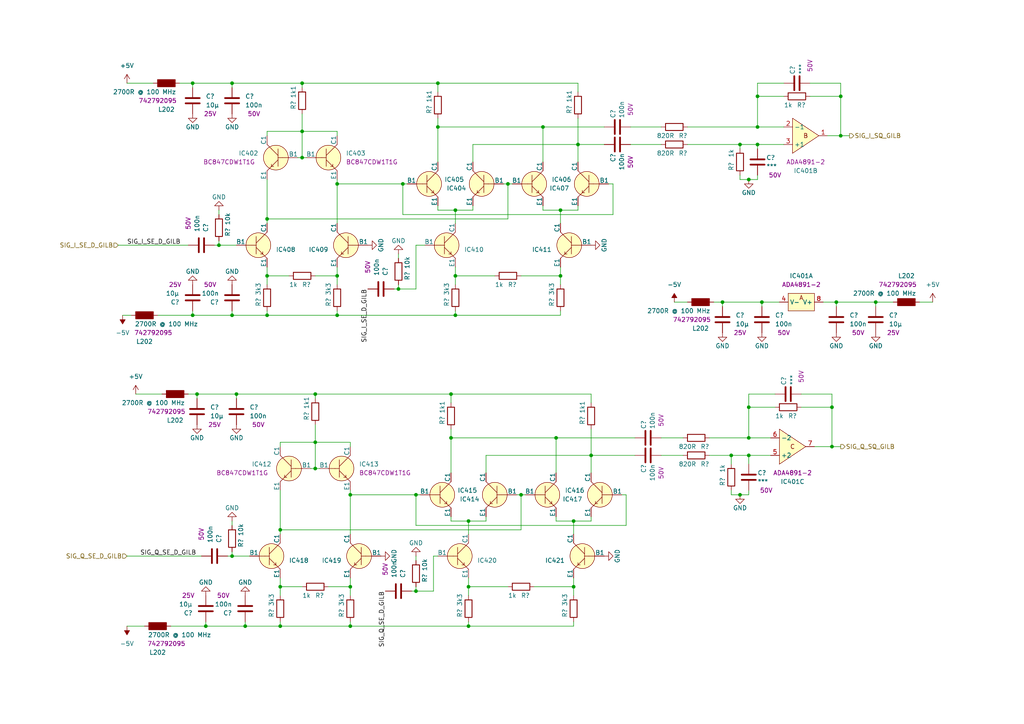
<source format=kicad_sch>
(kicad_sch (version 20230121) (generator eeschema)
  (paper "A4")
  (junction (at 130.81 127))
  (junction (at 71.12 181.61))
  (junction (at 91.44 135.89))
  (junction (at 219.71 41.91))
  (junction (at 167.64 41.91))
  (junction (at 87.63 24.13))
  (junction (at 217.17 118.11))
  (junction (at 59.69 181.61))
  (junction (at 67.31 91.44))
  (junction (at 116.84 53.34))
  (junction (at 209.55 87.63))
  (junction (at 132.08 80.01))
  (junction (at 135.89 151.13))
  (junction (at 67.31 161.29))
  (junction (at 219.71 36.83))
  (junction (at 115.57 83.82))
  (junction (at 63.5 71.12))
  (junction (at 132.08 60.96))
  (junction (at 81.28 153.67))
  (junction (at 254 87.63))
  (junction (at 132.08 91.44))
  (junction (at 214.63 41.91))
  (junction (at 162.56 60.96))
  (junction (at 217.17 127))
  (junction (at 219.71 27.94))
  (junction (at 220.98 87.63))
  (junction (at 77.47 91.44))
  (junction (at 55.88 91.44))
  (junction (at 243.84 39.37))
  (junction (at 214.63 143.51))
  (junction (at 120.65 143.51))
  (junction (at 151.13 143.51))
  (junction (at 97.79 80.01))
  (junction (at 91.44 128.27))
  (junction (at 77.47 80.01))
  (junction (at 157.48 36.83))
  (junction (at 55.88 24.13))
  (junction (at 97.79 91.44))
  (junction (at 171.45 132.08))
  (junction (at 127 24.13))
  (junction (at 212.09 132.08))
  (junction (at 77.47 63.5))
  (junction (at 135.89 170.18))
  (junction (at 166.37 151.13))
  (junction (at 120.65 171.45))
  (junction (at 242.57 87.63))
  (junction (at 81.28 170.18))
  (junction (at 243.84 27.94))
  (junction (at 217.17 52.07))
  (junction (at 97.79 53.34))
  (junction (at 162.56 80.01))
  (junction (at 101.6 143.51))
  (junction (at 161.29 127))
  (junction (at 57.15 114.3))
  (junction (at 241.3 118.11))
  (junction (at 81.28 181.61))
  (junction (at 166.37 170.18))
  (junction (at 68.58 114.3))
  (junction (at 135.89 181.61))
  (junction (at 101.6 181.61))
  (junction (at 101.6 170.18))
  (junction (at 130.81 114.3))
  (junction (at 217.17 132.08))
  (junction (at 87.63 38.1))
  (junction (at 241.3 129.54))
  (junction (at 87.63 45.72))
  (junction (at 91.44 114.3))
  (junction (at 127 36.83))
  (junction (at 67.31 24.13))
  (junction (at 147.32 53.34))
  (wire (pts (xy 52.07 24.13) (xy 55.88 24.13)))
  (wire (pts (xy 120.65 143.51) (xy 120.65 152.4)))
  (wire (pts (xy 157.48 59.69) (xy 157.48 60.96)))
  (wire (pts (xy 116.84 62.23) (xy 177.8 62.23)))
  (wire (pts (xy 243.84 39.37) (xy 246.38 39.37)))
  (wire (pts (xy 147.32 53.34) (xy 147.32 63.5)))
  (wire (pts (xy 232.41 118.11) (xy 241.3 118.11)))
  (wire (pts (xy 140.97 149.86) (xy 140.97 151.13)))
  (wire (pts (xy 167.64 34.29) (xy 167.64 41.91)))
  (wire (pts (xy 162.56 91.44) (xy 162.56 90.17)))
  (wire (pts (xy 132.08 91.44) (xy 132.08 90.17)))
  (wire (pts (xy 212.09 142.24) (xy 212.09 143.51)))
  (wire (pts (xy 81.28 167.64) (xy 81.28 170.18)))
  (wire (pts (xy 59.69 181.61) (xy 59.69 180.34)))
  (wire (pts (xy 97.79 77.47) (xy 97.79 80.01)))
  (wire (pts (xy 55.88 24.13) (xy 67.31 24.13)))
  (wire (pts (xy 91.44 123.19) (xy 91.44 128.27)))
  (wire (pts (xy 234.95 24.13) (xy 243.84 24.13)))
  (wire (pts (xy 67.31 161.29) (xy 72.39 161.29)))
  (wire (pts (xy 135.89 151.13) (xy 135.89 154.94)))
  (wire (pts (xy 132.08 77.47) (xy 132.08 80.01)))
  (wire (pts (xy 195.58 87.63) (xy 199.39 87.63)))
  (wire (pts (xy 135.89 170.18) (xy 135.89 172.72)))
  (wire (pts (xy 95.25 170.18) (xy 101.6 170.18)))
  (wire (pts (xy 36.83 24.13) (xy 44.45 24.13)))
  (wire (pts (xy 167.64 41.91) (xy 167.64 46.99)))
  (wire (pts (xy 171.45 149.86) (xy 171.45 151.13)))
  (wire (pts (xy 67.31 24.13) (xy 87.63 24.13)))
  (wire (pts (xy 137.16 41.91) (xy 167.64 41.91)))
  (wire (pts (xy 120.65 152.4) (xy 181.61 152.4)))
  (wire (pts (xy 57.15 114.3) (xy 68.58 114.3)))
  (wire (pts (xy 77.47 80.01) (xy 77.47 82.55)))
  (wire (pts (xy 217.17 52.07) (xy 219.71 52.07)))
  (wire (pts (xy 120.65 161.29) (xy 120.65 162.56)))
  (wire (pts (xy 77.47 91.44) (xy 97.79 91.44)))
  (wire (pts (xy 39.37 114.3) (xy 46.99 114.3)))
  (wire (pts (xy 214.63 52.07) (xy 217.17 52.07)))
  (wire (pts (xy 115.57 82.55) (xy 115.57 83.82)))
  (wire (pts (xy 120.65 171.45) (xy 125.73 171.45)))
  (wire (pts (xy 220.98 87.63) (xy 226.06 87.63)))
  (wire (pts (xy 219.71 24.13) (xy 219.71 27.94)))
  (wire (pts (xy 238.76 87.63) (xy 242.57 87.63)))
  (wire (pts (xy 157.48 36.83) (xy 175.26 36.83)))
  (wire (pts (xy 217.17 132.08) (xy 223.52 132.08)))
  (wire (pts (xy 101.6 170.18) (xy 101.6 172.72)))
  (wire (pts (xy 161.29 127) (xy 161.29 137.16)))
  (wire (pts (xy 130.81 114.3) (xy 130.81 116.84)))
  (wire (pts (xy 130.81 127) (xy 161.29 127)))
  (wire (pts (xy 166.37 167.64) (xy 166.37 170.18)))
  (wire (pts (xy 87.63 38.1) (xy 87.63 45.72)))
  (wire (pts (xy 49.53 181.61) (xy 59.69 181.61)))
  (wire (pts (xy 71.12 180.34) (xy 71.12 181.61)))
  (wire (pts (xy 219.71 24.13) (xy 227.33 24.13)))
  (wire (pts (xy 166.37 151.13) (xy 166.37 154.94)))
  (wire (pts (xy 77.47 63.5) (xy 147.32 63.5)))
  (wire (pts (xy 81.28 128.27) (xy 81.28 129.54)))
  (wire (pts (xy 125.73 161.29) (xy 127 161.29)))
  (wire (pts (xy 116.84 53.34) (xy 118.11 53.34)))
  (wire (pts (xy 120.65 71.12) (xy 123.19 71.12)))
  (wire (pts (xy 146.05 53.34) (xy 147.32 53.34)))
  (wire (pts (xy 236.22 129.54) (xy 241.3 129.54)))
  (wire (pts (xy 219.71 41.91) (xy 219.71 43.18)))
  (wire (pts (xy 234.95 27.94) (xy 243.84 27.94)))
  (wire (pts (xy 157.48 36.83) (xy 157.48 46.99)))
  (wire (pts (xy 162.56 60.96) (xy 162.56 64.77)))
  (wire (pts (xy 149.86 143.51) (xy 151.13 143.51)))
  (wire (pts (xy 132.08 60.96) (xy 132.08 64.77)))
  (wire (pts (xy 90.17 135.89) (xy 91.44 135.89)))
  (wire (pts (xy 81.28 153.67) (xy 151.13 153.67)))
  (wire (pts (xy 127 24.13) (xy 127 26.67)))
  (wire (pts (xy 97.79 91.44) (xy 97.79 90.17)))
  (wire (pts (xy 166.37 170.18) (xy 166.37 172.72)))
  (wire (pts (xy 167.64 24.13) (xy 167.64 26.67)))
  (wire (pts (xy 132.08 60.96) (xy 137.16 60.96)))
  (wire (pts (xy 127 60.96) (xy 132.08 60.96)))
  (wire (pts (xy 101.6 181.61) (xy 101.6 180.34)))
  (wire (pts (xy 101.6 128.27) (xy 101.6 129.54)))
  (wire (pts (xy 180.34 143.51) (xy 181.61 143.51)))
  (wire (pts (xy 63.5 69.85) (xy 63.5 71.12)))
  (wire (pts (xy 57.15 114.3) (xy 57.15 115.57)))
  (wire (pts (xy 81.28 142.24) (xy 81.28 153.67)))
  (wire (pts (xy 182.88 36.83) (xy 191.77 36.83)))
  (wire (pts (xy 162.56 77.47) (xy 162.56 80.01)))
  (wire (pts (xy 254 87.63) (xy 254 88.9)))
  (wire (pts (xy 77.47 80.01) (xy 83.82 80.01)))
  (wire (pts (xy 125.73 161.29) (xy 125.73 171.45)))
  (wire (pts (xy 214.63 143.51) (xy 217.17 143.51)))
  (wire (pts (xy 135.89 167.64) (xy 135.89 170.18)))
  (wire (pts (xy 181.61 143.51) (xy 181.61 152.4)))
  (wire (pts (xy 135.89 181.61) (xy 135.89 180.34)))
  (wire (pts (xy 147.32 53.34) (xy 148.59 53.34)))
  (wire (pts (xy 151.13 80.01) (xy 162.56 80.01)))
  (wire (pts (xy 243.84 27.94) (xy 243.84 39.37)))
  (wire (pts (xy 177.8 53.34) (xy 177.8 62.23)))
  (wire (pts (xy 219.71 27.94) (xy 227.33 27.94)))
  (wire (pts (xy 205.74 132.08) (xy 212.09 132.08)))
  (wire (pts (xy 81.28 128.27) (xy 91.44 128.27)))
  (wire (pts (xy 66.04 161.29) (xy 67.31 161.29)))
  (wire (pts (xy 219.71 27.94) (xy 219.71 36.83)))
  (wire (pts (xy 62.23 71.12) (xy 63.5 71.12)))
  (wire (pts (xy 212.09 132.08) (xy 217.17 132.08)))
  (wire (pts (xy 199.39 36.83) (xy 219.71 36.83)))
  (wire (pts (xy 68.58 114.3) (xy 91.44 114.3)))
  (wire (pts (xy 87.63 45.72) (xy 88.9 45.72)))
  (wire (pts (xy 217.17 118.11) (xy 224.79 118.11)))
  (wire (pts (xy 154.94 170.18) (xy 166.37 170.18)))
  (wire (pts (xy 217.17 114.3) (xy 224.79 114.3)))
  (wire (pts (xy 130.81 124.46) (xy 130.81 127)))
  (wire (pts (xy 97.79 80.01) (xy 97.79 82.55)))
  (wire (pts (xy 214.63 41.91) (xy 219.71 41.91)))
  (wire (pts (xy 209.55 87.63) (xy 209.55 88.9)))
  (wire (pts (xy 214.63 50.8) (xy 214.63 52.07)))
  (wire (pts (xy 241.3 118.11) (xy 241.3 129.54)))
  (wire (pts (xy 137.16 41.91) (xy 137.16 46.99)))
  (wire (pts (xy 130.81 127) (xy 130.81 137.16)))
  (wire (pts (xy 219.71 41.91) (xy 227.33 41.91)))
  (wire (pts (xy 97.79 91.44) (xy 132.08 91.44)))
  (wire (pts (xy 77.47 38.1) (xy 77.47 39.37)))
  (wire (pts (xy 240.03 39.37) (xy 243.84 39.37)))
  (wire (pts (xy 97.79 53.34) (xy 116.84 53.34)))
  (wire (pts (xy 207.01 87.63) (xy 209.55 87.63)))
  (wire (pts (xy 162.56 60.96) (xy 167.64 60.96)))
  (wire (pts (xy 67.31 91.44) (xy 77.47 91.44)))
  (wire (pts (xy 116.84 53.34) (xy 116.84 62.23)))
  (wire (pts (xy 55.88 91.44) (xy 67.31 91.44)))
  (wire (pts (xy 137.16 59.69) (xy 137.16 60.96)))
  (wire (pts (xy 91.44 128.27) (xy 91.44 135.89)))
  (wire (pts (xy 135.89 151.13) (xy 140.97 151.13)))
  (wire (pts (xy 101.6 143.51) (xy 120.65 143.51)))
  (wire (pts (xy 114.3 83.82) (xy 115.57 83.82)))
  (wire (pts (xy 54.61 114.3) (xy 57.15 114.3)))
  (wire (pts (xy 214.63 41.91) (xy 214.63 43.18)))
  (wire (pts (xy 166.37 151.13) (xy 171.45 151.13)))
  (wire (pts (xy 101.6 143.51) (xy 101.6 154.94)))
  (wire (pts (xy 68.58 114.3) (xy 68.58 115.57)))
  (wire (pts (xy 151.13 143.51) (xy 151.13 153.67)))
  (wire (pts (xy 34.29 71.12) (xy 54.61 71.12)))
  (wire (pts (xy 127 59.69) (xy 127 60.96)))
  (wire (pts (xy 209.55 87.63) (xy 220.98 87.63)))
  (wire (pts (xy 166.37 181.61) (xy 166.37 180.34)))
  (wire (pts (xy 59.69 181.61) (xy 71.12 181.61)))
  (wire (pts (xy 36.83 161.29) (xy 58.42 161.29)))
  (wire (pts (xy 217.17 114.3) (xy 217.17 118.11)))
  (wire (pts (xy 67.31 90.17) (xy 67.31 91.44)))
  (wire (pts (xy 242.57 87.63) (xy 242.57 88.9)))
  (wire (pts (xy 71.12 181.61) (xy 81.28 181.61)))
  (wire (pts (xy 97.79 38.1) (xy 97.79 39.37)))
  (wire (pts (xy 120.65 71.12) (xy 120.65 83.82)))
  (wire (pts (xy 45.72 91.44) (xy 55.88 91.44)))
  (wire (pts (xy 91.44 114.3) (xy 130.81 114.3)))
  (wire (pts (xy 241.3 129.54) (xy 243.84 129.54)))
  (wire (pts (xy 127 36.83) (xy 127 46.99)))
  (wire (pts (xy 86.36 45.72) (xy 87.63 45.72)))
  (wire (pts (xy 55.88 91.44) (xy 55.88 90.17)))
  (wire (pts (xy 132.08 80.01) (xy 143.51 80.01)))
  (wire (pts (xy 127 24.13) (xy 167.64 24.13)))
  (wire (pts (xy 101.6 142.24) (xy 101.6 143.51)))
  (wire (pts (xy 161.29 127) (xy 184.15 127)))
  (wire (pts (xy 212.09 132.08) (xy 212.09 134.62)))
  (wire (pts (xy 127 36.83) (xy 157.48 36.83)))
  (wire (pts (xy 219.71 36.83) (xy 227.33 36.83)))
  (wire (pts (xy 176.53 53.34) (xy 177.8 53.34)))
  (wire (pts (xy 77.47 77.47) (xy 77.47 80.01)))
  (wire (pts (xy 81.28 181.61) (xy 101.6 181.61)))
  (wire (pts (xy 167.64 59.69) (xy 167.64 60.96)))
  (wire (pts (xy 254 87.63) (xy 259.08 87.63)))
  (wire (pts (xy 130.81 114.3) (xy 171.45 114.3)))
  (wire (pts (xy 67.31 160.02) (xy 67.31 161.29)))
  (wire (pts (xy 97.79 52.07) (xy 97.79 53.34)))
  (wire (pts (xy 140.97 132.08) (xy 171.45 132.08)))
  (wire (pts (xy 120.65 170.18) (xy 120.65 171.45)))
  (wire (pts (xy 199.39 41.91) (xy 214.63 41.91)))
  (wire (pts (xy 219.71 50.8) (xy 219.71 52.07)))
  (wire (pts (xy 81.28 170.18) (xy 87.63 170.18)))
  (wire (pts (xy 135.89 181.61) (xy 166.37 181.61)))
  (wire (pts (xy 67.31 24.13) (xy 67.31 25.4)))
  (wire (pts (xy 151.13 143.51) (xy 152.4 143.51)))
  (wire (pts (xy 132.08 80.01) (xy 132.08 82.55)))
  (wire (pts (xy 120.65 143.51) (xy 121.92 143.51)))
  (wire (pts (xy 161.29 149.86) (xy 161.29 151.13)))
  (wire (pts (xy 167.64 41.91) (xy 175.26 41.91)))
  (wire (pts (xy 217.17 127) (xy 223.52 127)))
  (wire (pts (xy 242.57 87.63) (xy 254 87.63)))
  (wire (pts (xy 91.44 128.27) (xy 101.6 128.27)))
  (wire (pts (xy 212.09 143.51) (xy 214.63 143.51)))
  (wire (pts (xy 220.98 87.63) (xy 220.98 88.9)))
  (wire (pts (xy 171.45 132.08) (xy 171.45 137.16)))
  (wire (pts (xy 87.63 24.13) (xy 127 24.13)))
  (wire (pts (xy 77.47 63.5) (xy 77.47 64.77)))
  (wire (pts (xy 132.08 91.44) (xy 162.56 91.44)))
  (wire (pts (xy 101.6 181.61) (xy 135.89 181.61)))
  (wire (pts (xy 127 34.29) (xy 127 36.83)))
  (wire (pts (xy 157.48 60.96) (xy 162.56 60.96)))
  (wire (pts (xy 35.56 91.44) (xy 38.1 91.44)))
  (wire (pts (xy 63.5 71.12) (xy 68.58 71.12)))
  (wire (pts (xy 67.31 151.13) (xy 67.31 152.4)))
  (wire (pts (xy 232.41 114.3) (xy 241.3 114.3)))
  (wire (pts (xy 243.84 24.13) (xy 243.84 27.94)))
  (wire (pts (xy 135.89 170.18) (xy 147.32 170.18)))
  (wire (pts (xy 191.77 132.08) (xy 198.12 132.08)))
  (wire (pts (xy 171.45 132.08) (xy 184.15 132.08)))
  (wire (pts (xy 91.44 135.89) (xy 92.71 135.89)))
  (wire (pts (xy 217.17 142.24) (xy 217.17 143.51)))
  (wire (pts (xy 87.63 38.1) (xy 97.79 38.1)))
  (wire (pts (xy 81.28 170.18) (xy 81.28 172.72)))
  (wire (pts (xy 36.83 181.61) (xy 41.91 181.61)))
  (wire (pts (xy 81.28 153.67) (xy 81.28 154.94)))
  (wire (pts (xy 171.45 124.46) (xy 171.45 132.08)))
  (wire (pts (xy 217.17 118.11) (xy 217.17 127)))
  (wire (pts (xy 182.88 41.91) (xy 191.77 41.91)))
  (wire (pts (xy 205.74 127) (xy 217.17 127)))
  (wire (pts (xy 77.47 91.44) (xy 77.47 90.17)))
  (wire (pts (xy 241.3 114.3) (xy 241.3 118.11)))
  (wire (pts (xy 87.63 24.13) (xy 87.63 25.4)))
  (wire (pts (xy 91.44 114.3) (xy 91.44 115.57)))
  (wire (pts (xy 63.5 60.96) (xy 63.5 62.23)))
  (wire (pts (xy 140.97 132.08) (xy 140.97 137.16)))
  (wire (pts (xy 101.6 167.64) (xy 101.6 170.18)))
  (wire (pts (xy 130.81 149.86) (xy 130.81 151.13)))
  (wire (pts (xy 115.57 73.66) (xy 115.57 74.93)))
  (wire (pts (xy 81.28 181.61) (xy 81.28 180.34)))
  (wire (pts (xy 217.17 132.08) (xy 217.17 134.62)))
  (wire (pts (xy 77.47 52.07) (xy 77.47 63.5)))
  (wire (pts (xy 266.7 87.63) (xy 270.51 87.63)))
  (wire (pts (xy 161.29 151.13) (xy 166.37 151.13)))
  (wire (pts (xy 119.38 171.45) (xy 120.65 171.45)))
  (wire (pts (xy 97.79 53.34) (xy 97.79 64.77)))
  (wire (pts (xy 130.81 151.13) (xy 135.89 151.13)))
  (wire (pts (xy 91.44 80.01) (xy 97.79 80.01)))
  (wire (pts (xy 55.88 24.13) (xy 55.88 25.4)))
  (wire (pts (xy 162.56 80.01) (xy 162.56 82.55)))
  (wire (pts (xy 87.63 33.02) (xy 87.63 38.1)))
  (wire (pts (xy 191.77 127) (xy 198.12 127)))
  (wire (pts (xy 77.47 38.1) (xy 87.63 38.1)))
  (wire (pts (xy 115.57 83.82) (xy 120.65 83.82)))
  (wire (pts (xy 171.45 114.3) (xy 171.45 116.84)))
  (label "SIG_I_SE_D_GILB" (at 106.68 83.82 270))
  (label "SIG_I_SE_D_GILB" (at 36.83 71.12 0))
  (label "SIG_Q_SE_D_GILB" (at 40.64 161.29 0))
  (label "SIG_Q_SE_D_GILB" (at 111.76 171.45 270))
  (hierarchical_label "SIG_I_SE_D_GILB" (shape input) (at 34.29 71.12 180))
  (hierarchical_label "SIG_Q_SE_D_GILB" (shape input) (at 36.83 161.29 180))
  (hierarchical_label "SIG_Q_SQ_GILB" (shape output) (at 243.84 129.54 0))
  (hierarchical_label "SIG_I_SQ_GILB" (shape output) (at 246.38 39.37 0))
  (symbol (lib_id "Device:R") (at 77.47 86.36 180) (unit 1)
    (property "Reference" "R?" (at 74.93 87.63 90))
    (property "Value" "3k3" (at 74.93 83.82 90))
    (property "Footprint" "BestParts_Resistors:R_0603" (effects hide))
    (property "Part Number" "Generic" (effects hide))
    (instances (project "Analog_Calc_V2" (path "" (reference "R?") (unit 1)) (path "" (reference "R?") (unit 1)) (path "" (reference "R408") (unit 1))))
  )
  (symbol (lib_id "power:-5V") (at 35.56 91.44 180) (unit 1)
    (property "Reference" "#PWR?" (effects hide))
    (property "Value" "-5V" (at 35.56 96.52 0))
    (instances (project "Analog_Calc_V2" (path "" (reference "#PWR?") (unit 1)) (path "" (reference "#PWR0415") (unit 1))))
  )
  (symbol (lib_id "Device:C") (at 71.12 176.53 180) (unit 1)
    (property "Reference" "C?" (at 67.31 177.8 0) (effects (justify left)))
    (property "Value" "100n" (at 67.31 175.26 0) (effects (justify left)))
    (property "Footprint" "BestParts_Caps:C_0603" (effects hide))
    (property "Voltage" "50V" (at 64.77 172.72 0))
    (instances (project "Analog_Calc_V2" (path "" (reference "C?") (unit 1)) (path "" (reference "C?") (unit 1)) (path "" (reference "C416") (unit 1))))
  )
  (symbol (lib_id "BestParts_ICs:BC847C-1") (at 83.82 135.89 0) (mirror y) (unit 1)
    (property "Reference" "IC412" (at 78.74 134.62 0) (effects (justify left)))
    (property "Value" "*" (effects hide))
    (property "Footprint" "BestParts_ICs:BC847C-1 - SC-70-3" (effects hide))
    (property "Datasheet" "https://www.mouser.de/datasheet/2/308/1/BC846BDW1T1_D-2310328.pdf" (effects hide))
    (property "Part Number" "BC847CDW1T1G " (at 78.74 137.16 0) (effects (justify left)))
  )
  (symbol (lib_id "Device:R") (at 201.93 127 270) (unit 1)
    (property "Reference" "R?" (at 204.47 129.54 90))
    (property "Value" "820R" (at 199.39 129.54 90))
    (property "Footprint" "BestParts_Resistors:R_0603" (effects hide))
    (property "Part Number" "Generic" (effects hide))
    (instances (project "Analog_Calc_V2" (path "" (reference "R?") (unit 1)) (path "" (reference "R?") (unit 1)) (path "" (reference "R425") (unit 1))))
  )
  (symbol (lib_id "power:GND") (at 175.26 161.29 90) (unit 1)
    (property "Reference" "#PWR?" (effects hide))
    (property "Value" "GND" (at 179.07 161.29 0))
    (instances (project "Analog_Calc_V2" (path "" (reference "#PWR?") (unit 1)) (path "" (reference "#PWR0421") (unit 1))))
  )
  (symbol (lib_id "Device:R") (at 101.6 176.53 180) (unit 1)
    (property "Reference" "R?" (at 99.06 177.8 90))
    (property "Value" "3k3" (at 99.06 173.99 90))
    (property "Footprint" "BestParts_Resistors:R_0603" (effects hide))
    (property "Part Number" "Generic" (effects hide))
    (instances (project "Analog_Calc_V2" (path "" (reference "R?") (unit 1)) (path "" (reference "R?") (unit 1)) (path "" (reference "R420") (unit 1))))
  )
  (symbol (lib_id "Device:C") (at 231.14 24.13 90) (unit 1)
    (property "Reference" "C?" (at 229.87 21.59 0) (effects (justify left)))
    (property "Value" "***" (at 232.41 21.59 0) (effects (justify left)))
    (property "Footprint" "BestParts_Caps:C_0603" (effects hide))
    (property "Voltage" "50V" (at 234.95 19.05 0))
    (instances (project "Analog_Calc_V2" (path "" (reference "C?") (unit 1)) (path "" (reference "C?") (unit 1)) (path "" (reference "C401") (unit 1))))
  )
  (symbol (lib_id "BestParts_ICs:BC847C-1") (at 173.99 143.51 0) (mirror y) (unit 1)
    (property "Reference" "IC417" (at 168.91 144.78 0) (effects (justify left)))
    (property "Value" "*" (effects hide))
    (property "Footprint" "BestParts_ICs:BC847C-1 - SC-70-3" (effects hide))
    (property "Datasheet" "https://www.mouser.de/datasheet/2/308/1/BC846BDW1T1_D-2310328.pdf" (effects hide))
    (property "Part Number" "BC847CDW1T1G " (effects hide))
  )
  (symbol (lib_id "Device:C") (at 115.57 171.45 270) (mirror x) (unit 1)
    (property "Reference" "C?" (at 116.84 167.64 0) (effects (justify left)))
    (property "Value" "100n" (at 114.3 167.64 0) (effects (justify left)))
    (property "Footprint" "BestParts_Caps:C_0603" (effects hide))
    (property "Voltage" "50V" (at 111.76 165.1 0))
    (instances (project "Analog_Calc_V2" (path "" (reference "C?") (unit 1)) (path "" (reference "C?") (unit 1)) (path "" (reference "C424") (unit 1))))
  )
  (symbol (lib_id "power:GND") (at 71.12 172.72 180) (unit 1)
    (property "Reference" "#PWR?" (effects hide))
    (property "Value" "GND" (at 71.12 168.91 0))
    (instances (project "Analog_Calc_V2" (path "" (reference "#PWR?") (unit 1)) (path "" (reference "#PWR0423") (unit 1))))
  )
  (symbol (lib_id "BestParts_ICs:BC847C-1") (at 165.1 71.12 0) (mirror y) (unit 1)
    (property "Reference" "IC411" (at 160.02 72.39 0) (effects (justify left)))
    (property "Value" "*" (effects hide))
    (property "Footprint" "BestParts_ICs:BC847C-1 - SC-70-3" (effects hide))
    (property "Datasheet" "https://www.mouser.de/datasheet/2/308/1/BC846BDW1T1_D-2310328.pdf" (effects hide))
    (property "Part Number" "BC847CDW1T1G " (effects hide))
  )
  (symbol (lib_id "Device:C") (at 110.49 83.82 270) (mirror x) (unit 1)
    (property "Reference" "C?" (at 111.76 80.01 0) (effects (justify left)))
    (property "Value" "100n" (at 109.22 80.01 0) (effects (justify left)))
    (property "Footprint" "BestParts_Caps:C_0603" (effects hide))
    (property "Voltage" "50V" (at 106.68 77.47 0))
    (instances (project "Analog_Calc_V2" (path "" (reference "C?") (unit 1)) (path "" (reference "C?") (unit 1)) (path "" (reference "C422") (unit 1))))
  )
  (symbol (lib_id "Device:C") (at 67.31 29.21 0) (unit 1)
    (property "Reference" "C?" (at 71.12 27.94 0) (effects (justify left)))
    (property "Value" "100n" (at 71.12 30.48 0) (effects (justify left)))
    (property "Footprint" "BestParts_Caps:C_0603" (effects hide))
    (property "Voltage" "50V" (at 73.66 33.02 0))
    (instances (project "Analog_Calc_V2" (path "" (reference "C?") (unit 1)) (path "" (reference "C?") (unit 1)) (path "" (reference "C403") (unit 1))))
  )
  (symbol (lib_id "Device:C") (at 187.96 127 90) (unit 1)
    (property "Reference" "C?" (at 186.69 124.46 0) (effects (justify left)))
    (property "Value" "100n" (at 189.23 124.46 0) (effects (justify left)))
    (property "Footprint" "BestParts_Caps:C_0603" (effects hide))
    (property "Voltage" "50V" (at 191.77 121.92 0))
    (instances (project "Analog_Calc_V2" (path "" (reference "C?") (unit 1)) (path "" (reference "C?") (unit 1)) (path "" (reference "C419") (unit 1))))
  )
  (symbol (lib_id "Device:R") (at 67.31 156.21 0) (mirror x) (unit 1)
    (property "Reference" "R?" (at 69.85 157.48 90))
    (property "Value" "10k" (at 69.85 153.67 90))
    (property "Footprint" "BestParts_Resistors:R_0603" (effects hide))
    (property "Part Number" "Generic" (effects hide))
    (instances (project "Analog_Calc_V2" (path "" (reference "R?") (unit 1)) (path "" (reference "R?") (unit 1)) (path "" (reference "R429") (unit 1))))
  )
  (symbol (lib_id "Device:C") (at 242.57 92.71 0) (unit 1)
    (property "Reference" "C?" (at 246.38 91.44 0) (effects (justify left)))
    (property "Value" "100n" (at 246.38 93.98 0) (effects (justify left)))
    (property "Footprint" "BestParts_Caps:C_0603" (effects hide))
    (property "Voltage" "50V" (at 248.92 96.52 0))
    (instances (project "Analog_Calc_V2" (path "" (reference "C?") (unit 1)) (path "" (reference "C?") (unit 1)) (path "" (reference "C406") (unit 1))))
  )
  (symbol (lib_id "Device:R") (at 132.08 86.36 180) (unit 1)
    (property "Reference" "R?" (at 129.54 87.63 90))
    (property "Value" "3k3" (at 129.54 83.82 90))
    (property "Footprint" "BestParts_Resistors:R_0603" (effects hide))
    (property "Part Number" "Generic" (effects hide))
    (instances (project "Analog_Calc_V2" (path "" (reference "R?") (unit 1)) (path "" (reference "R?") (unit 1)) (path "" (reference "R410") (unit 1))))
  )
  (symbol (lib_id "power:GND") (at 67.31 33.02 0) (unit 1)
    (property "Reference" "#PWR?" (effects hide))
    (property "Value" "GND" (at 67.31 36.83 0))
    (instances (project "Analog_Calc_V2" (path "" (reference "#PWR?") (unit 1)) (path "" (reference "#PWR0403") (unit 1))))
  )
  (symbol (lib_id "BestParts_ICs:BC847C-1") (at 124.46 53.34 0) (unit 1)
    (property "Reference" "IC404" (at 129.54 54.61 0) (effects (justify left)))
    (property "Value" "*" (effects hide))
    (property "Footprint" "BestParts_ICs:BC847C-1 - SC-70-3" (effects hide))
    (property "Datasheet" "https://www.mouser.de/datasheet/2/308/1/BC846BDW1T1_D-2310328.pdf" (effects hide))
    (property "Part Number" "BC847CDW1T1G " (effects hide))
  )
  (symbol (lib_id "BestParts_ICs:ADA4891-2") (at 229.87 129.54 0) (mirror x) (unit 3)
    (property "Reference" "IC401" (at 229.87 139.7 0))
    (property "Value" "*" (effects hide))
    (property "Footprint" "BestParts_ICs:ADA4891-2 - SOIC-8" (effects hide))
    (property "Part Number" "ADA4891-2" (at 229.87 137.16 0))
    (property "Manufacturer" "Analog Devices" (effects hide))
  )
  (symbol (lib_id "BestParts_ICs:BC847C-1") (at 143.51 143.51 0) (mirror y) (unit 1)
    (property "Reference" "IC415" (at 138.43 142.24 0) (effects (justify left)))
    (property "Value" "*" (effects hide))
    (property "Footprint" "BestParts_ICs:BC847C-1 - SC-70-3" (effects hide))
    (property "Datasheet" "https://www.mouser.de/datasheet/2/308/1/BC846BDW1T1_D-2310328.pdf" (effects hide))
    (property "Part Number" "BC847CDW1T1G " (effects hide))
  )
  (symbol (lib_id "Device:R") (at 214.63 46.99 180) (unit 1)
    (property "Reference" "R?" (at 212.09 48.26 90))
    (property "Value" "1k" (at 212.09 44.45 90))
    (property "Footprint" "BestParts_Resistors:R_0603" (effects hide))
    (property "Part Number" "Generic" (effects hide))
    (instances (project "Analog_Calc_V2" (path "" (reference "R?") (unit 1)) (path "" (reference "R?") (unit 1)) (path "" (reference "R405") (unit 1))))
  )
  (symbol (lib_id "Device:R") (at 166.37 176.53 180) (unit 1)
    (property "Reference" "R?" (at 163.83 177.8 90))
    (property "Value" "3k3" (at 163.83 173.99 90))
    (property "Footprint" "BestParts_Resistors:R_0603" (effects hide))
    (property "Part Number" "Generic" (effects hide))
    (instances (project "Analog_Calc_V2" (path "" (reference "R?") (unit 1)) (path "" (reference "R?") (unit 1)) (path "" (reference "R422") (unit 1))))
  )
  (symbol (lib_id "Device:C") (at 58.42 71.12 270) (mirror x) (unit 1)
    (property "Reference" "C?" (at 59.69 67.31 0) (effects (justify left)))
    (property "Value" "100n" (at 57.15 67.31 0) (effects (justify left)))
    (property "Footprint" "BestParts_Caps:C_0603" (effects hide))
    (property "Voltage" "50V" (at 54.61 64.77 0))
    (instances (project "Analog_Calc_V2" (path "" (reference "C?") (unit 1)) (path "" (reference "C?") (unit 1)) (path "" (reference "C421") (unit 1))))
  )
  (symbol (lib_id "Device:R") (at 151.13 170.18 270) (unit 1)
    (property "Reference" "R?" (at 152.4 172.72 90))
    (property "Value" "1k" (at 148.59 172.72 90))
    (property "Footprint" "BestParts_Resistors:R_0603" (effects hide))
    (property "Part Number" "Generic" (effects hide))
    (instances (project "Analog_Calc_V2" (path "" (reference "R?") (unit 1)) (path "" (reference "R?") (unit 1)) (path "" (reference "R418") (unit 1))))
  )
  (symbol (lib_id "Device:R") (at 130.81 120.65 180) (unit 1)
    (property "Reference" "R?" (at 128.27 121.92 90))
    (property "Value" "1k1" (at 128.27 118.11 90))
    (property "Footprint" "BestParts_Resistors:R_0603" (effects hide))
    (property "Part Number" "Generic" (effects hide))
    (instances (project "Analog_Calc_V2" (path "" (reference "R?") (unit 1)) (path "" (reference "R?") (unit 1)) (path "" (reference "R414") (unit 1))))
  )
  (symbol (lib_id "BestParts_ICs:BC847C-1") (at 139.7 53.34 0) (mirror y) (unit 1)
    (property "Reference" "IC405" (at 134.62 52.07 0) (effects (justify left)))
    (property "Value" "*" (effects hide))
    (property "Footprint" "BestParts_ICs:BC847C-1 - SC-70-3" (effects hide))
    (property "Datasheet" "https://www.mouser.de/datasheet/2/308/1/BC846BDW1T1_D-2310328.pdf" (effects hide))
    (property "Part Number" "BC847CDW1T1G " (effects hide))
  )
  (symbol (lib_id "Device:R") (at 91.44 170.18 270) (unit 1)
    (property "Reference" "R?" (at 92.71 172.72 90))
    (property "Value" "1k" (at 88.9 172.72 90))
    (property "Footprint" "BestParts_Resistors:R_0603" (effects hide))
    (property "Part Number" "Generic" (effects hide))
    (instances (project "Analog_Calc_V2" (path "" (reference "R?") (unit 1)) (path "" (reference "R?") (unit 1)) (path "" (reference "R417") (unit 1))))
  )
  (symbol (lib_id "power:+5V") (at 270.51 87.63 0) (unit 1)
    (property "Reference" "#PWR?" (effects hide))
    (property "Value" "+5V" (at 270.51 82.55 0))
    (instances (project "Analog_Calc_V2" (path "" (reference "#PWR?") (unit 1)) (path "" (reference "#PWR0404") (unit 1))))
  )
  (symbol (lib_id "Device:C") (at 220.98 92.71 0) (unit 1)
    (property "Reference" "C?" (at 224.79 91.44 0) (effects (justify left)))
    (property "Value" "100n" (at 224.79 93.98 0) (effects (justify left)))
    (property "Footprint" "BestParts_Caps:C_0603" (effects hide))
    (property "Voltage" "50V" (at 227.33 96.52 0))
    (instances (project "Analog_Calc_V2" (path "" (reference "C?") (unit 1)) (path "" (reference "C?") (unit 1)) (path "" (reference "C405") (unit 1))))
  )
  (symbol (lib_id "BestParts_ICs:BC847C-1") (at 170.18 53.34 0) (mirror y) (unit 1)
    (property "Reference" "IC407" (at 165.1 54.61 0) (effects (justify left)))
    (property "Value" "*" (effects hide))
    (property "Footprint" "BestParts_ICs:BC847C-1 - SC-70-3" (effects hide))
    (property "Datasheet" "https://www.mouser.de/datasheet/2/308/1/BC846BDW1T1_D-2310328.pdf" (effects hide))
    (property "Part Number" "BC847CDW1T1G " (effects hide))
  )
  (symbol (lib_id "Device:R") (at 87.63 80.01 270) (unit 1)
    (property "Reference" "R?" (at 88.9 82.55 90))
    (property "Value" "1k" (at 85.09 82.55 90))
    (property "Footprint" "BestParts_Resistors:R_0603" (effects hide))
    (property "Part Number" "Generic" (effects hide))
    (instances (project "Analog_Calc_V2" (path "" (reference "R?") (unit 1)) (path "" (reference "R?") (unit 1)) (path "" (reference "R406") (unit 1))))
  )
  (symbol (lib_id "BestParts_ICs:BC847C-1") (at 78.74 161.29 0) (unit 1)
    (property "Reference" "IC418" (at 83.82 162.56 0) (effects (justify left)))
    (property "Value" "*" (effects hide))
    (property "Footprint" "BestParts_ICs:BC847C-1 - SC-70-3" (effects hide))
    (property "Datasheet" "https://www.mouser.de/datasheet/2/308/1/BC846BDW1T1_D-2310328.pdf" (effects hide))
    (property "Part Number" "BC847CDW1T1G " (effects hide))
  )
  (symbol (lib_name "Ferrit_1") (lib_id "BestParts_Inductors:Ferrit") (at 48.26 24.13 180) (unit 1)
    (property "Reference" "L202" (at 48.26 31.75 0))
    (property "Value" "2700R @ 100 MHz" (at 41.91 26.67 0))
    (property "Footprint" "BestParts_Resistors:R_0805" (effects hide))
    (property "Part Number" "742792095" (at 45.72 29.21 0))
    (instances (project "Analog_Calc_V2" (path "" (reference "L202") (unit 1)) (path "" (reference "L303") (unit 1)) (path "" (reference "L401") (unit 1))))
  )
  (symbol (lib_id "power:-5V") (at 195.58 87.63 0) (unit 1)
    (property "Reference" "#PWR?" (effects hide))
    (property "Value" "-5V" (at 195.58 82.55 0))
    (instances (project "Analog_Calc_V2" (path "" (reference "#PWR?") (unit 1)) (path "" (reference "#PWR0405") (unit 1))))
  )
  (symbol (lib_id "power:GND") (at 59.69 172.72 180) (unit 1)
    (property "Reference" "#PWR?" (effects hide))
    (property "Value" "GND" (at 59.69 168.91 0))
    (instances (project "Analog_Calc_V2" (path "" (reference "#PWR?") (unit 1)) (path "" (reference "#PWR0422") (unit 1))))
  )
  (symbol (lib_id "power:GND") (at 209.55 96.52 0) (unit 1)
    (property "Reference" "#PWR?" (effects hide))
    (property "Value" "GND" (at 209.55 100.33 0))
    (instances (project "Analog_Calc_V2" (path "" (reference "#PWR?") (unit 1)) (path "" (reference "#PWR0406") (unit 1))))
  )
  (symbol (lib_id "power:GND") (at 106.68 71.12 90) (unit 1)
    (property "Reference" "#PWR?" (effects hide))
    (property "Value" "GND" (at 110.49 71.12 0))
    (instances (project "Analog_Calc_V2" (path "" (reference "#PWR?") (unit 1)) (path "" (reference "#PWR0411") (unit 1))))
  )
  (symbol (lib_id "Device:R") (at 120.65 166.37 0) (mirror x) (unit 1)
    (property "Reference" "R?" (at 123.19 167.64 90))
    (property "Value" "10k" (at 123.19 163.83 90))
    (property "Footprint" "BestParts_Resistors:R_0603" (effects hide))
    (property "Part Number" "Generic" (effects hide))
    (instances (project "Analog_Calc_V2" (path "" (reference "R?") (unit 1)) (path "" (reference "R?") (unit 1)) (path "" (reference "R430") (unit 1))))
  )
  (symbol (lib_id "power:GND") (at 214.63 143.51 0) (unit 1)
    (property "Reference" "#PWR?" (effects hide))
    (property "Value" "GND" (at 214.63 147.32 0))
    (instances (project "Analog_Calc_V2" (path "" (reference "#PWR?") (unit 1)) (path "" (reference "#PWR0419") (unit 1))))
  )
  (symbol (lib_id "power:-5V") (at 36.83 181.61 180) (unit 1)
    (property "Reference" "#PWR?" (effects hide))
    (property "Value" "-5V" (at 36.83 186.69 0))
    (instances (project "Analog_Calc_V2" (path "" (reference "#PWR?") (unit 1)) (path "" (reference "#PWR0424") (unit 1))))
  )
  (symbol (lib_id "Device:R") (at 63.5 66.04 0) (mirror x) (unit 1)
    (property "Reference" "R?" (at 66.04 67.31 90))
    (property "Value" "10k" (at 66.04 63.5 90))
    (property "Footprint" "BestParts_Resistors:R_0603" (effects hide))
    (property "Part Number" "Generic" (effects hide))
    (instances (project "Analog_Calc_V2" (path "" (reference "R?") (unit 1)) (path "" (reference "R?") (unit 1)) (path "" (reference "R427") (unit 1))))
  )
  (symbol (lib_id "power:GND") (at 171.45 71.12 90) (unit 1)
    (property "Reference" "#PWR?" (effects hide))
    (property "Value" "GND" (at 175.26 71.12 0))
    (instances (project "Analog_Calc_V2" (path "" (reference "#PWR?") (unit 1)) (path "" (reference "#PWR0412") (unit 1))))
  )
  (symbol (lib_id "Device:C") (at 217.17 138.43 0) (unit 1)
    (property "Reference" "C?" (at 219.71 137.16 0) (effects (justify left)))
    (property "Value" "***" (at 219.71 139.7 0) (effects (justify left)))
    (property "Footprint" "BestParts_Caps:C_0603" (effects hide))
    (property "Voltage" "50V" (at 222.25 142.24 0))
    (instances (project "Analog_Calc_V2" (path "" (reference "C?") (unit 1)) (path "" (reference "C?") (unit 1)) (path "" (reference "C414") (unit 1))))
  )
  (symbol (lib_id "Device:C") (at 57.15 119.38 0) (unit 1)
    (property "Reference" "C?" (at 60.96 118.11 0) (effects (justify left)))
    (property "Value" "10µ" (at 60.96 120.65 0) (effects (justify left)))
    (property "Footprint" "BestParts_Caps:C_0603" (effects hide))
    (property "Voltage" "25V" (at 62.23 123.19 0))
    (instances (project "Analog_Calc_V2" (path "" (reference "C?") (unit 1)) (path "" (reference "C?") (unit 1)) (path "" (reference "C412") (unit 1))))
  )
  (symbol (lib_id "BestParts_ICs:BC847C-1") (at 158.75 143.51 0) (unit 1)
    (property "Reference" "IC416" (at 163.83 142.24 0) (effects (justify left)))
    (property "Value" "*" (effects hide))
    (property "Footprint" "BestParts_ICs:BC847C-1 - SC-70-3" (effects hide))
    (property "Datasheet" "https://www.mouser.de/datasheet/2/308/1/BC846BDW1T1_D-2310328.pdf" (effects hide))
    (property "Part Number" "BC847CDW1T1G " (effects hide))
  )
  (symbol (lib_id "BestParts_ICs:BC847C-1") (at 74.93 71.12 0) (unit 1)
    (property "Reference" "IC408" (at 80.01 72.39 0) (effects (justify left)))
    (property "Value" "*" (effects hide))
    (property "Footprint" "BestParts_ICs:BC847C-1 - SC-70-3" (effects hide))
    (property "Datasheet" "https://www.mouser.de/datasheet/2/308/1/BC846BDW1T1_D-2310328.pdf" (effects hide))
    (property "Part Number" "BC847CDW1T1G " (effects hide))
  )
  (symbol (lib_id "power:GND") (at 254 96.52 0) (unit 1)
    (property "Reference" "#PWR?" (effects hide))
    (property "Value" "GND" (at 254 100.33 0))
    (instances (project "Analog_Calc_V2" (path "" (reference "#PWR?") (unit 1)) (path "" (reference "#PWR0409") (unit 1))))
  )
  (symbol (lib_id "Device:R") (at 162.56 86.36 180) (unit 1)
    (property "Reference" "R?" (at 160.02 87.63 90))
    (property "Value" "3k3" (at 160.02 83.82 90))
    (property "Footprint" "BestParts_Resistors:R_0603" (effects hide))
    (property "Part Number" "Generic" (effects hide))
    (instances (project "Analog_Calc_V2" (path "" (reference "R?") (unit 1)) (path "" (reference "R?") (unit 1)) (path "" (reference "R411") (unit 1))))
  )
  (symbol (lib_id "power:GND") (at 220.98 96.52 0) (unit 1)
    (property "Reference" "#PWR?" (effects hide))
    (property "Value" "GND" (at 220.98 100.33 0))
    (instances (project "Analog_Calc_V2" (path "" (reference "#PWR?") (unit 1)) (path "" (reference "#PWR0407") (unit 1))))
  )
  (symbol (lib_id "power:GND") (at 115.57 73.66 180) (unit 1)
    (property "Reference" "#PWR?" (effects hide))
    (property "Value" "GND" (at 115.57 69.85 0))
    (instances (project "Analog_Calc_V2" (path "" (reference "#PWR?") (unit 1)) (path "" (reference "#PWR0426") (unit 1))))
  )
  (symbol (lib_id "Device:R") (at 228.6 118.11 270) (unit 1)
    (property "Reference" "R?" (at 229.87 120.65 90))
    (property "Value" "1k" (at 226.06 120.65 90))
    (property "Footprint" "BestParts_Resistors:R_0603" (effects hide))
    (property "Part Number" "Generic" (effects hide))
    (instances (project "Analog_Calc_V2" (path "" (reference "R?") (unit 1)) (path "" (reference "R?") (unit 1)) (path "" (reference "R412") (unit 1))))
  )
  (symbol (lib_id "power:+5V") (at 36.83 24.13 0) (unit 1)
    (property "Reference" "#PWR?" (effects hide))
    (property "Value" "+5V" (at 36.83 19.05 0))
    (instances (project "Analog_Calc_V2" (path "" (reference "#PWR?") (unit 1)) (path "" (reference "#PWR0401") (unit 1))))
  )
  (symbol (lib_id "power:GND") (at 110.49 161.29 90) (unit 1)
    (property "Reference" "#PWR?" (effects hide))
    (property "Value" "GND" (at 114.3 161.29 0))
    (instances (project "Analog_Calc_V2" (path "" (reference "#PWR?") (unit 1)) (path "" (reference "#PWR0420") (unit 1))))
  )
  (symbol (lib_id "Device:C") (at 254 92.71 0) (unit 1)
    (property "Reference" "C?" (at 257.81 91.44 0) (effects (justify left)))
    (property "Value" "10µ" (at 257.81 93.98 0) (effects (justify left)))
    (property "Footprint" "BestParts_Caps:C_0603" (effects hide))
    (property "Voltage" "25V" (at 259.08 96.52 0))
    (instances (project "Analog_Calc_V2" (path "" (reference "C?") (unit 1)) (path "" (reference "C?") (unit 1)) (path "" (reference "C407") (unit 1))))
  )
  (symbol (lib_id "BestParts_ICs:BC847C-1") (at 99.06 135.89 0) (unit 1)
    (property "Reference" "IC413" (at 104.14 134.62 0) (effects (justify left)))
    (property "Value" "*" (effects hide))
    (property "Footprint" "BestParts_ICs:BC847C-1 - SC-70-3" (effects hide))
    (property "Datasheet" "https://www.mouser.de/datasheet/2/308/1/BC846BDW1T1_D-2310328.pdf" (effects hide))
    (property "Part Number" "BC847CDW1T1G " (at 104.14 137.16 0) (effects (justify left)))
  )
  (symbol (lib_id "power:GND") (at 242.57 96.52 0) (unit 1)
    (property "Reference" "#PWR?" (effects hide))
    (property "Value" "GND" (at 242.57 100.33 0))
    (instances (project "Analog_Calc_V2" (path "" (reference "#PWR?") (unit 1)) (path "" (reference "#PWR0408") (unit 1))))
  )
  (symbol (lib_name "ADA4891-2_2") (lib_id "BestParts_ICs:ADA4891-2") (at 233.68 39.37 0) (mirror x) (unit 2)
    (property "Reference" "IC401" (at 233.68 49.53 0))
    (property "Value" "*" (effects hide))
    (property "Footprint" "BestParts_ICs:ADA4891-2 - SOIC-8" (effects hide))
    (property "Part Number" "ADA4891-2" (at 233.68 46.99 0))
    (property "Manufacturer" "Analog Devices" (effects hide))
  )
  (symbol (lib_name "Ferrit_1") (lib_id "BestParts_Inductors:Ferrit") (at 41.91 91.44 180) (unit 1)
    (property "Reference" "L202" (at 41.91 99.06 0))
    (property "Value" "2700R @ 100 MHz" (at 48.26 93.98 0))
    (property "Footprint" "BestParts_Resistors:R_0805" (effects hide))
    (property "Part Number" "742792095" (at 44.45 96.52 0))
    (instances (project "Analog_Calc_V2" (path "" (reference "L202") (unit 1)) (path "" (reference "L303") (unit 1)) (path "" (reference "L402") (unit 1))))
  )
  (symbol (lib_id "BestParts_ICs:BC847C-1") (at 95.25 45.72 0) (unit 1)
    (property "Reference" "IC403" (at 100.33 44.45 0) (effects (justify left)))
    (property "Value" "*" (effects hide))
    (property "Footprint" "BestParts_ICs:BC847C-1 - SC-70-3" (effects hide))
    (property "Datasheet" "https://www.mouser.de/datasheet/2/308/1/BC846BDW1T1_D-2310328.pdf" (effects hide))
    (property "Part Number" "BC847CDW1T1G " (at 100.33 46.99 0) (effects (justify left)))
  )
  (symbol (lib_id "Device:R") (at 195.58 36.83 270) (unit 1)
    (property "Reference" "R?" (at 198.12 39.37 90))
    (property "Value" "820R" (at 193.04 39.37 90))
    (property "Footprint" "BestParts_Resistors:R_0603" (effects hide))
    (property "Part Number" "Generic" (effects hide))
    (instances (project "Analog_Calc_V2" (path "" (reference "R?") (unit 1)) (path "" (reference "R?") (unit 1)) (path "" (reference "R424") (unit 1))))
  )
  (symbol (lib_id "Device:R") (at 135.89 176.53 180) (unit 1)
    (property "Reference" "R?" (at 133.35 177.8 90))
    (property "Value" "3k3" (at 133.35 173.99 90))
    (property "Footprint" "BestParts_Resistors:R_0603" (effects hide))
    (property "Part Number" "Generic" (effects hide))
    (instances (project "Analog_Calc_V2" (path "" (reference "R?") (unit 1)) (path "" (reference "R?") (unit 1)) (path "" (reference "R421") (unit 1))))
  )
  (symbol (lib_id "Device:R") (at 195.58 41.91 270) (unit 1)
    (property "Reference" "R?" (at 198.12 44.45 90))
    (property "Value" "820R" (at 193.04 44.45 90))
    (property "Footprint" "BestParts_Resistors:R_0603" (effects hide))
    (property "Part Number" "Generic" (effects hide))
    (instances (project "Analog_Calc_V2" (path "" (reference "R?") (unit 1)) (path "" (reference "R?") (unit 1)) (path "" (reference "R423") (unit 1))))
  )
  (symbol (lib_id "Device:C") (at 219.71 46.99 0) (unit 1)
    (property "Reference" "C?" (at 222.25 45.72 0) (effects (justify left)))
    (property "Value" "***" (at 222.25 48.26 0) (effects (justify left)))
    (property "Footprint" "BestParts_Caps:C_0603" (effects hide))
    (property "Voltage" "50V" (at 224.79 50.8 0))
    (instances (project "Analog_Calc_V2" (path "" (reference "C?") (unit 1)) (path "" (reference "C?") (unit 1)) (path "" (reference "C408") (unit 1))))
  )
  (symbol (lib_id "Device:R") (at 91.44 119.38 180) (unit 1)
    (property "Reference" "R?" (at 88.9 120.65 90))
    (property "Value" "1k1" (at 88.9 116.84 90))
    (property "Footprint" "BestParts_Resistors:R_0603" (effects hide))
    (property "Part Number" "Generic" (effects hide))
    (instances (project "Analog_Calc_V2" (path "" (reference "R?") (unit 1)) (path "" (reference "R?") (unit 1)) (path "" (reference "R413") (unit 1))))
  )
  (symbol (lib_name "Ferrit_1") (lib_id "BestParts_Inductors:Ferrit") (at 50.8 114.3 180) (unit 1)
    (property "Reference" "L202" (at 50.8 121.92 0))
    (property "Value" "2700R @ 100 MHz" (at 44.45 116.84 0))
    (property "Footprint" "BestParts_Resistors:R_0805" (effects hide))
    (property "Part Number" "742792095" (at 48.26 119.38 0))
    (instances (project "Analog_Calc_V2" (path "" (reference "L202") (unit 1)) (path "" (reference "L303") (unit 1)) (path "" (reference "L403") (unit 1))))
  )
  (symbol (lib_id "Device:C") (at 179.07 41.91 90) (mirror x) (unit 1)
    (property "Reference" "C?" (at 177.8 44.45 0) (effects (justify left)))
    (property "Value" "100n" (at 180.34 44.45 0) (effects (justify left)))
    (property "Footprint" "BestParts_Caps:C_0603" (effects hide))
    (property "Voltage" "50V" (at 182.88 46.99 0))
    (instances (project "Analog_Calc_V2" (path "" (reference "C?") (unit 1)) (path "" (reference "C?") (unit 1)) (path "" (reference "C417") (unit 1))))
  )
  (symbol (lib_id "Device:R") (at 212.09 138.43 180) (unit 1)
    (property "Reference" "R?" (at 209.55 139.7 90))
    (property "Value" "1k" (at 209.55 135.89 90))
    (property "Footprint" "BestParts_Resistors:R_0603" (effects hide))
    (property "Part Number" "Generic" (effects hide))
    (instances (project "Analog_Calc_V2" (path "" (reference "R?") (unit 1)) (path "" (reference "R?") (unit 1)) (path "" (reference "R416") (unit 1))))
  )
  (symbol (lib_id "Device:R") (at 167.64 30.48 180) (unit 1)
    (property "Reference" "R?" (at 165.1 31.75 90))
    (property "Value" "1k1" (at 165.1 27.94 90))
    (property "Footprint" "BestParts_Resistors:R_0603" (effects hide))
    (property "Part Number" "Generic" (effects hide))
    (instances (project "Analog_Calc_V2" (path "" (reference "R?") (unit 1)) (path "" (reference "R?") (unit 1)) (path "" (reference "R404") (unit 1))))
  )
  (symbol (lib_id "Device:R") (at 171.45 120.65 180) (unit 1)
    (property "Reference" "R?" (at 168.91 121.92 90))
    (property "Value" "1k1" (at 168.91 118.11 90))
    (property "Footprint" "BestParts_Resistors:R_0603" (effects hide))
    (property "Part Number" "Generic" (effects hide))
    (instances (project "Analog_Calc_V2" (path "" (reference "R?") (unit 1)) (path "" (reference "R?") (unit 1)) (path "" (reference "R415") (unit 1))))
  )
  (symbol (lib_id "BestParts_ICs:BC847C-1") (at 129.54 71.12 0) (unit 1)
    (property "Reference" "IC410" (at 134.62 72.39 0) (effects (justify left)))
    (property "Value" "*" (effects hide))
    (property "Footprint" "BestParts_ICs:BC847C-1 - SC-70-3" (effects hide))
    (property "Datasheet" "https://www.mouser.de/datasheet/2/308/1/BC846BDW1T1_D-2310328.pdf" (effects hide))
    (property "Part Number" "BC847CDW1T1G " (effects hide))
  )
  (symbol (lib_id "Device:C") (at 59.69 176.53 180) (unit 1)
    (property "Reference" "C?" (at 55.88 177.8 0) (effects (justify left)))
    (property "Value" "10µ" (at 55.88 175.26 0) (effects (justify left)))
    (property "Footprint" "BestParts_Caps:C_0603" (effects hide))
    (property "Voltage" "25V" (at 54.61 172.72 0))
    (instances (project "Analog_Calc_V2" (path "" (reference "C?") (unit 1)) (path "" (reference "C?") (unit 1)) (path "" (reference "C415") (unit 1))))
  )
  (symbol (lib_id "power:GND") (at 67.31 82.55 180) (unit 1)
    (property "Reference" "#PWR?" (effects hide))
    (property "Value" "GND" (at 67.31 78.74 0))
    (instances (project "Analog_Calc_V2" (path "" (reference "#PWR?") (unit 1)) (path "" (reference "#PWR0414") (unit 1))))
  )
  (symbol (lib_name "Ferrit_1") (lib_id "BestParts_Inductors:Ferrit") (at 262.89 87.63 0) (mirror y) (unit 1)
    (property "Reference" "L202" (at 262.89 80.01 0))
    (property "Value" "2700R @ 100 MHz" (at 256.54 85.09 0))
    (property "Footprint" "BestParts_Resistors:R_0805" (effects hide))
    (property "Part Number" "742792095" (at 260.35 82.55 0))
    (instances (project "Analog_Calc_V2" (path "" (reference "L202") (unit 1)) (path "" (reference "L303") (unit 1)) (path "" (reference "L406") (unit 1))))
  )
  (symbol (lib_id "Device:C") (at 179.07 36.83 90) (unit 1)
    (property "Reference" "C?" (at 177.8 34.29 0) (effects (justify left)))
    (property "Value" "100n" (at 180.34 34.29 0) (effects (justify left)))
    (property "Footprint" "BestParts_Caps:C_0603" (effects hide))
    (property "Voltage" "50V" (at 182.88 31.75 0))
    (instances (project "Analog_Calc_V2" (path "" (reference "C?") (unit 1)) (path "" (reference "C?") (unit 1)) (path "" (reference "C418") (unit 1))))
  )
  (symbol (lib_id "power:GND") (at 55.88 82.55 180) (unit 1)
    (property "Reference" "#PWR?" (effects hide))
    (property "Value" "GND" (at 55.88 78.74 0))
    (instances (project "Analog_Calc_V2" (path "" (reference "#PWR?") (unit 1)) (path "" (reference "#PWR0413") (unit 1))))
  )
  (symbol (lib_id "BestParts_ICs:BC847C-1") (at 133.35 161.29 0) (unit 1)
    (property "Reference" "IC420" (at 138.43 162.56 0) (effects (justify left)))
    (property "Value" "*" (effects hide))
    (property "Footprint" "BestParts_ICs:BC847C-1 - SC-70-3" (effects hide))
    (property "Datasheet" "https://www.mouser.de/datasheet/2/308/1/BC846BDW1T1_D-2310328.pdf" (effects hide))
    (property "Part Number" "BC847CDW1T1G " (effects hide))
  )
  (symbol (lib_id "BestParts_ICs:BC847C-1") (at 168.91 161.29 0) (mirror y) (unit 1)
    (property "Reference" "IC421" (at 163.83 162.56 0) (effects (justify left)))
    (property "Value" "*" (effects hide))
    (property "Footprint" "BestParts_ICs:BC847C-1 - SC-70-3" (effects hide))
    (property "Datasheet" "https://www.mouser.de/datasheet/2/308/1/BC846BDW1T1_D-2310328.pdf" (effects hide))
    (property "Part Number" "BC847CDW1T1G " (effects hide))
  )
  (symbol (lib_id "Device:C") (at 55.88 29.21 0) (unit 1)
    (property "Reference" "C?" (at 59.69 27.94 0) (effects (justify left)))
    (property "Value" "10µ" (at 59.69 30.48 0) (effects (justify left)))
    (property "Footprint" "BestParts_Caps:C_0603" (effects hide))
    (property "Voltage" "25V" (at 60.96 33.02 0))
    (instances (project "Analog_Calc_V2" (path "" (reference "C?") (unit 1)) (path "" (reference "C?") (unit 1)) (path "" (reference "C402") (unit 1))))
  )
  (symbol (lib_id "Device:C") (at 228.6 114.3 90) (unit 1)
    (property "Reference" "C?" (at 227.33 111.76 0) (effects (justify left)))
    (property "Value" "***" (at 229.87 111.76 0) (effects (justify left)))
    (property "Footprint" "BestParts_Caps:C_0603" (effects hide))
    (property "Voltage" "50V" (at 232.41 109.22 0))
    (instances (project "Analog_Calc_V2" (path "" (reference "C?") (unit 1)) (path "" (reference "C?") (unit 1)) (path "" (reference "C411") (unit 1))))
  )
  (symbol (lib_id "Device:C") (at 62.23 161.29 270) (mirror x) (unit 1)
    (property "Reference" "C?" (at 63.5 157.48 0) (effects (justify left)))
    (property "Value" "100n" (at 60.96 157.48 0) (effects (justify left)))
    (property "Footprint" "BestParts_Caps:C_0603" (effects hide))
    (property "Voltage" "50V" (at 58.42 154.94 0))
    (instances (project "Analog_Calc_V2" (path "" (reference "C?") (unit 1)) (path "" (reference "C?") (unit 1)) (path "" (reference "C423") (unit 1))))
  )
  (symbol (lib_id "Device:C") (at 67.31 86.36 180) (unit 1)
    (property "Reference" "C?" (at 63.5 87.63 0) (effects (justify left)))
    (property "Value" "100n" (at 63.5 85.09 0) (effects (justify left)))
    (property "Footprint" "BestParts_Caps:C_0603" (effects hide))
    (property "Voltage" "50V" (at 60.96 82.55 0))
    (instances (project "Analog_Calc_V2" (path "" (reference "C?") (unit 1)) (path "" (reference "C?") (unit 1)) (path "" (reference "C410") (unit 1))))
  )
  (symbol (lib_id "BestParts_ICs:BC847C-1") (at 128.27 143.51 0) (unit 1)
    (property "Reference" "IC414" (at 133.35 144.78 0) (effects (justify left)))
    (property "Value" "*" (effects hide))
    (property "Footprint" "BestParts_ICs:BC847C-1 - SC-70-3" (effects hide))
    (property "Datasheet" "https://www.mouser.de/datasheet/2/308/1/BC846BDW1T1_D-2310328.pdf" (effects hide))
    (property "Part Number" "BC847CDW1T1G " (effects hide))
  )
  (symbol (lib_id "Device:R") (at 87.63 29.21 180) (unit 1)
    (property "Reference" "R?" (at 85.09 30.48 90))
    (property "Value" "1k1" (at 85.09 26.67 90))
    (property "Footprint" "BestParts_Resistors:R_0603" (effects hide))
    (property "Part Number" "Generic" (effects hide))
    (instances (project "Analog_Calc_V2" (path "" (reference "R?") (unit 1)) (path "" (reference "R?") (unit 1)) (path "" (reference "R402") (unit 1))))
  )
  (symbol (lib_name "Ferrit_1") (lib_id "BestParts_Inductors:Ferrit") (at 203.2 87.63 180) (unit 1)
    (property "Reference" "L202" (at 203.2 95.25 0))
    (property "Value" "2700R @ 100 MHz" (at 196.85 90.17 0))
    (property "Footprint" "BestParts_Resistors:R_0805" (effects hide))
    (property "Part Number" "742792095" (at 200.66 92.71 0))
    (instances (project "Analog_Calc_V2" (path "" (reference "L202") (unit 1)) (path "" (reference "L303") (unit 1)) (path "" (reference "L405") (unit 1))))
  )
  (symbol (lib_id "power:GND") (at 63.5 60.96 180) (unit 1)
    (property "Reference" "#PWR?" (effects hide))
    (property "Value" "GND" (at 63.5 57.15 0))
    (instances (project "Analog_Calc_V2" (path "" (reference "#PWR?") (unit 1)) (path "" (reference "#PWR0425") (unit 1))))
  )
  (symbol (lib_id "BestParts_ICs:BC847C-1") (at 104.14 161.29 0) (mirror y) (unit 1)
    (property "Reference" "IC419" (at 99.06 162.56 0) (effects (justify left)))
    (property "Value" "*" (effects hide))
    (property "Footprint" "BestParts_ICs:BC847C-1 - SC-70-3" (effects hide))
    (property "Datasheet" "https://www.mouser.de/datasheet/2/308/1/BC846BDW1T1_D-2310328.pdf" (effects hide))
    (property "Part Number" "BC847CDW1T1G " (effects hide))
  )
  (symbol (lib_id "Device:C") (at 55.88 86.36 180) (unit 1)
    (property "Reference" "C?" (at 52.07 87.63 0) (effects (justify left)))
    (property "Value" "10µ" (at 52.07 85.09 0) (effects (justify left)))
    (property "Footprint" "BestParts_Caps:C_0603" (effects hide))
    (property "Voltage" "25V" (at 50.8 82.55 0))
    (instances (project "Analog_Calc_V2" (path "" (reference "C?") (unit 1)) (path "" (reference "C?") (unit 1)) (path "" (reference "C409") (unit 1))))
  )
  (symbol (lib_id "power:GND") (at 217.17 52.07 0) (unit 1)
    (property "Reference" "#PWR?" (effects hide))
    (property "Value" "GND" (at 217.17 55.88 0))
    (instances (project "Analog_Calc_V2" (path "" (reference "#PWR?") (unit 1)) (path "" (reference "#PWR0410") (unit 1))))
  )
  (symbol (lib_id "BestParts_ICs:BC847C-1") (at 154.94 53.34 0) (unit 1)
    (property "Reference" "IC406" (at 160.02 52.07 0) (effects (justify left)))
    (property "Value" "*" (effects hide))
    (property "Footprint" "BestParts_ICs:BC847C-1 - SC-70-3" (effects hide))
    (property "Datasheet" "https://www.mouser.de/datasheet/2/308/1/BC846BDW1T1_D-2310328.pdf" (effects hide))
    (property "Part Number" "BC847CDW1T1G " (effects hide))
  )
  (symbol (lib_name "Ferrit_1") (lib_id "BestParts_Inductors:Ferrit") (at 45.72 181.61 0) (mirror x) (unit 1)
    (property "Reference" "L202" (at 45.72 189.23 0))
    (property "Value" "2700R @ 100 MHz" (at 52.07 184.15 0))
    (property "Footprint" "BestParts_Resistors:R_0805" (effects hide))
    (property "Part Number" "742792095" (at 48.26 186.69 0))
    (instances (project "Analog_Calc_V2" (path "" (reference "L202") (unit 1)) (path "" (reference "L303") (unit 1)) (path "" (reference "L404") (unit 1))))
  )
  (symbol (lib_id "Device:R") (at 127 30.48 180) (unit 1)
    (property "Reference" "R?" (at 124.46 31.75 90))
    (property "Value" "1k1" (at 124.46 27.94 90))
    (property "Footprint" "BestParts_Resistors:R_0603" (effects hide))
    (property "Part Number" "Generic" (effects hide))
    (instances (project "Analog_Calc_V2" (path "" (reference "R?") (unit 1)) (path "" (reference "R?") (unit 1)) (path "" (reference "R403") (unit 1))))
  )
  (symbol (lib_id "BestParts_ICs:BC847C-1") (at 80.01 45.72 0) (mirror y) (unit 1)
    (property "Reference" "IC402" (at 74.93 44.45 0) (effects (justify left)))
    (property "Value" "*" (effects hide))
    (property "Footprint" "BestParts_ICs:BC847C-1 - SC-70-3" (effects hide))
    (property "Datasheet" "https://www.mouser.de/datasheet/2/308/1/BC846BDW1T1_D-2310328.pdf" (effects hide))
    (property "Part Number" "BC847CDW1T1G " (at 74.93 46.99 0) (effects (justify left)))
  )
  (symbol (lib_id "Device:R") (at 115.57 78.74 0) (mirror x) (unit 1)
    (property "Reference" "R?" (at 118.11 80.01 90))
    (property "Value" "10k" (at 118.11 76.2 90))
    (property "Footprint" "BestParts_Resistors:R_0603" (effects hide))
    (property "Part Number" "Generic" (effects hide))
    (instances (project "Analog_Calc_V2" (path "" (reference "R?") (unit 1)) (path "" (reference "R?") (unit 1)) (path "" (reference "R428") (unit 1))))
  )
  (symbol (lib_name "ADA4891-2_1") (lib_id "BestParts_ICs:ADA4891-2") (at 232.41 87.63 0) (unit 1)
    (property "Reference" "IC401" (at 232.41 80.01 0))
    (property "Value" "*" (effects hide))
    (property "Footprint" "BestParts_ICs:ADA4891-2 - SOIC-8" (effects hide))
    (property "Part Number" "ADA4891-2" (at 232.41 82.55 0))
    (property "Manufacturer" "Analog Devices" (effects hide))
  )
  (symbol (lib_id "power:GND") (at 68.58 123.19 0) (unit 1)
    (property "Reference" "#PWR?" (effects hide))
    (property "Value" "GND" (at 68.58 127 0))
    (instances (project "Analog_Calc_V2" (path "" (reference "#PWR?") (unit 1)) (path "" (reference "#PWR0418") (unit 1))))
  )
  (symbol (lib_id "Device:C") (at 209.55 92.71 0) (unit 1)
    (property "Reference" "C?" (at 213.36 91.44 0) (effects (justify left)))
    (property "Value" "10µ" (at 213.36 93.98 0) (effects (justify left)))
    (property "Footprint" "BestParts_Caps:C_0603" (effects hide))
    (property "Voltage" "25V" (at 214.63 96.52 0))
    (instances (project "Analog_Calc_V2" (path "" (reference "C?") (unit 1)) (path "" (reference "C?") (unit 1)) (path "" (reference "C404") (unit 1))))
  )
  (symbol (lib_id "power:GND") (at 55.88 33.02 0) (unit 1)
    (property "Reference" "#PWR?" (effects hide))
    (property "Value" "GND" (at 55.88 36.83 0))
    (instances (project "Analog_Calc_V2" (path "" (reference "#PWR?") (unit 1)) (path "" (reference "#PWR0402") (unit 1))))
  )
  (symbol (lib_id "power:GND") (at 57.15 123.19 0) (unit 1)
    (property "Reference" "#PWR?" (effects hide))
    (property "Value" "GND" (at 57.15 127 0))
    (instances (project "Analog_Calc_V2" (path "" (reference "#PWR?") (unit 1)) (path "" (reference "#PWR0417") (unit 1))))
  )
  (symbol (lib_id "Device:C") (at 68.58 119.38 0) (unit 1)
    (property "Reference" "C?" (at 72.39 118.11 0) (effects (justify left)))
    (property "Value" "100n" (at 72.39 120.65 0) (effects (justify left)))
    (property "Footprint" "BestParts_Caps:C_0603" (effects hide))
    (property "Voltage" "50V" (at 74.93 123.19 0))
    (instances (project "Analog_Calc_V2" (path "" (reference "C?") (unit 1)) (path "" (reference "C?") (unit 1)) (path "" (reference "C413") (unit 1))))
  )
  (symbol (lib_id "Device:R") (at 147.32 80.01 270) (unit 1)
    (property "Reference" "R?" (at 148.59 82.55 90))
    (property "Value" "1k" (at 144.78 82.55 90))
    (property "Footprint" "BestParts_Resistors:R_0603" (effects hide))
    (property "Part Number" "Generic" (effects hide))
    (instances (project "Analog_Calc_V2" (path "" (reference "R?") (unit 1)) (path "" (reference "R?") (unit 1)) (path "" (reference "R407") (unit 1))))
  )
  (symbol (lib_id "BestParts_ICs:BC847C-1") (at 100.33 71.12 0) (mirror y) (unit 1)
    (property "Reference" "IC409" (at 95.25 72.39 0) (effects (justify left)))
    (property "Value" "*" (effects hide))
    (property "Footprint" "BestParts_ICs:BC847C-1 - SC-70-3" (effects hide))
    (property "Datasheet" "https://www.mouser.de/datasheet/2/308/1/BC846BDW1T1_D-2310328.pdf" (effects hide))
    (property "Part Number" "BC847CDW1T1G " (effects hide))
  )
  (symbol (lib_id "Device:R") (at 81.28 176.53 180) (unit 1)
    (property "Reference" "R?" (at 78.74 177.8 90))
    (property "Value" "3k3" (at 78.74 173.99 90))
    (property "Footprint" "BestParts_Resistors:R_0603" (effects hide))
    (property "Part Number" "Generic" (effects hide))
    (instances (project "Analog_Calc_V2" (path "" (reference "R?") (unit 1)) (path "" (reference "R?") (unit 1)) (path "" (reference "R419") (unit 1))))
  )
  (symbol (lib_id "Device:R") (at 201.93 132.08 270) (unit 1)
    (property "Reference" "R?" (at 204.47 134.62 90))
    (property "Value" "820R" (at 199.39 134.62 90))
    (property "Footprint" "BestParts_Resistors:R_0603" (effects hide))
    (property "Part Number" "Generic" (effects hide))
    (instances (project "Analog_Calc_V2" (path "" (reference "R?") (unit 1)) (path "" (reference "R?") (unit 1)) (path "" (reference "R426") (unit 1))))
  )
  (symbol (lib_id "Device:C") (at 187.96 132.08 90) (mirror x) (unit 1)
    (property "Reference" "C?" (at 186.69 134.62 0) (effects (justify left)))
    (property "Value" "100n" (at 189.23 134.62 0) (effects (justify left)))
    (property "Footprint" "BestParts_Caps:C_0603" (effects hide))
    (property "Voltage" "50V" (at 191.77 137.16 0))
    (instances (project "Analog_Calc_V2" (path "" (reference "C?") (unit 1)) (path "" (reference "C?") (unit 1)) (path "" (reference "C420") (unit 1))))
  )
  (symbol (lib_id "power:GND") (at 120.65 161.29 180) (unit 1)
    (property "Reference" "#PWR?" (effects hide))
    (property "Value" "GND" (at 120.65 157.48 0))
    (instances (project "Analog_Calc_V2" (path "" (reference "#PWR?") (unit 1)) (path "" (reference "#PWR0428") (unit 1))))
  )
  (symbol (lib_id "Device:R") (at 231.14 27.94 270) (unit 1)
    (property "Reference" "R?" (at 232.41 30.48 90))
    (property "Value" "1k" (at 228.6 30.48 90))
    (property "Footprint" "BestParts_Resistors:R_0603" (effects hide))
    (property "Part Number" "Generic" (effects hide))
    (instances (project "Analog_Calc_V2" (path "" (reference "R?") (unit 1)) (path "" (reference "R?") (unit 1)) (path "" (reference "R401") (unit 1))))
  )
  (symbol (lib_id "Device:R") (at 97.79 86.36 180) (unit 1)
    (property "Reference" "R?" (at 95.25 87.63 90))
    (property "Value" "3k3" (at 95.25 83.82 90))
    (property "Footprint" "BestParts_Resistors:R_0603" (effects hide))
    (property "Part Number" "Generic" (effects hide))
    (instances (project "Analog_Calc_V2" (path "" (reference "R?") (unit 1)) (path "" (reference "R?") (unit 1)) (path "" (reference "R409") (unit 1))))
  )
  (symbol (lib_id "power:+5V") (at 39.37 114.3 0) (unit 1)
    (property "Reference" "#PWR?" (effects hide))
    (property "Value" "+5V" (at 39.37 109.22 0))
    (instances (project "Analog_Calc_V2" (path "" (reference "#PWR?") (unit 1)) (path "" (reference "#PWR0416") (unit 1))))
  )
  (symbol (lib_id "power:GND") (at 67.31 151.13 180) (unit 1)
    (property "Reference" "#PWR?" (effects hide))
    (property "Value" "GND" (at 67.31 147.32 0))
    (instances (project "Analog_Calc_V2" (path "" (reference "#PWR?") (unit 1)) (path "" (reference "#PWR0427") (unit 1))))
  )
)
</source>
